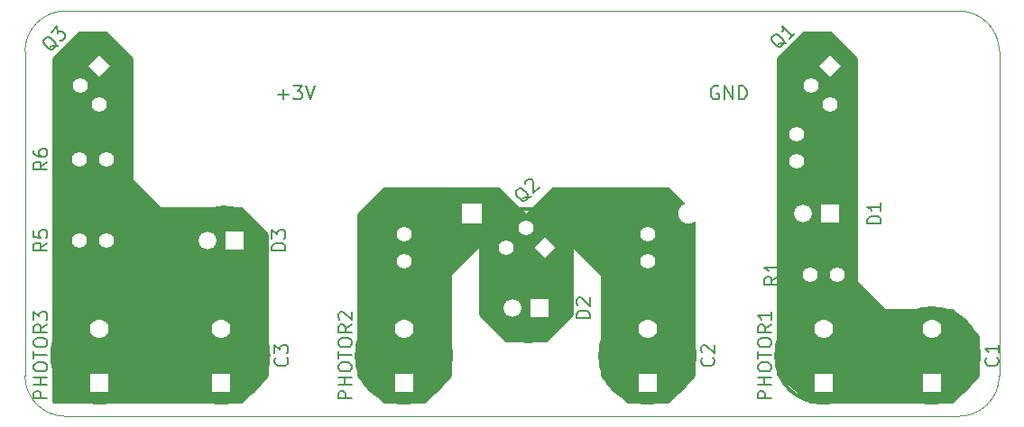
<source format=gto>
G04 #@! TF.FileFunction,Legend,Top*
%FSLAX46Y46*%
G04 Gerber Fmt 4.6, Leading zero omitted, Abs format (unit mm)*
G04 Created by KiCad (PCBNEW (2015-07-01 BZR 5850)-product) date Fri Aug 21 14:42:13 2015*
%MOMM*%
G01*
G04 APERTURE LIST*
%ADD10C,0.150000*%
%ADD11C,0.203200*%
%ADD12C,0.100000*%
%ADD13C,0.304800*%
%ADD14C,0.076200*%
%ADD15C,0.254000*%
%ADD16C,0.152400*%
%ADD17C,0.381000*%
%ADD18R,1.905000X1.905000*%
%ADD19C,1.905000*%
%ADD20C,1.778000*%
%ADD21R,1.778000X1.778000*%
%ADD22C,5.080000*%
%ADD23C,1.676400*%
%ADD24R,1.676400X1.676400*%
%ADD25C,1.397000*%
G04 APERTURE END LIST*
D10*
D11*
X236522381Y-173482000D02*
X236401429Y-173421524D01*
X236220000Y-173421524D01*
X236038572Y-173482000D01*
X235917619Y-173602952D01*
X235857143Y-173723905D01*
X235796667Y-173965810D01*
X235796667Y-174147238D01*
X235857143Y-174389143D01*
X235917619Y-174510095D01*
X236038572Y-174631048D01*
X236220000Y-174691524D01*
X236340952Y-174691524D01*
X236522381Y-174631048D01*
X236582857Y-174570571D01*
X236582857Y-174147238D01*
X236340952Y-174147238D01*
X237127143Y-174691524D02*
X237127143Y-173421524D01*
X237852857Y-174691524D01*
X237852857Y-173421524D01*
X238457619Y-174691524D02*
X238457619Y-173421524D01*
X238760000Y-173421524D01*
X238941428Y-173482000D01*
X239062381Y-173602952D01*
X239122857Y-173723905D01*
X239183333Y-173965810D01*
X239183333Y-174147238D01*
X239122857Y-174389143D01*
X239062381Y-174510095D01*
X238941428Y-174631048D01*
X238760000Y-174691524D01*
X238457619Y-174691524D01*
X195217143Y-174207714D02*
X196184762Y-174207714D01*
X195700952Y-174691524D02*
X195700952Y-173723905D01*
X196668572Y-173421524D02*
X197454762Y-173421524D01*
X197031429Y-173905333D01*
X197212857Y-173905333D01*
X197333810Y-173965810D01*
X197394286Y-174026286D01*
X197454762Y-174147238D01*
X197454762Y-174449619D01*
X197394286Y-174570571D01*
X197333810Y-174631048D01*
X197212857Y-174691524D01*
X196850000Y-174691524D01*
X196729048Y-174631048D01*
X196668572Y-174570571D01*
X197817619Y-173421524D02*
X198240953Y-174691524D01*
X198664286Y-173421524D01*
D12*
X262890000Y-170180000D02*
X262890000Y-200660000D01*
X175260000Y-166370000D02*
X259080000Y-166370000D01*
X171450000Y-200660000D02*
X171450000Y-170180000D01*
X259080000Y-204470000D02*
X175260000Y-204470000D01*
X259080000Y-204470000D02*
G75*
G03X262890000Y-200660000I0J3810000D01*
G01*
X175260000Y-166370000D02*
G75*
G03X171450000Y-170180000I0J-3810000D01*
G01*
X262890000Y-170180000D02*
G75*
G03X259080000Y-166370000I-3810000J0D01*
G01*
X171450000Y-200660000D02*
G75*
G03X175260000Y-204470000I3810000J0D01*
G01*
D13*
X211455000Y-198755000D02*
G75*
G03X211455000Y-198755000I-4445000J0D01*
G01*
X182880000Y-198755000D02*
G75*
G03X182880000Y-198755000I-4445000J0D01*
G01*
X250825000Y-198755000D02*
G75*
G03X250825000Y-198755000I-4445000J0D01*
G01*
D10*
X199136000Y-170180000D02*
G75*
G03X199136000Y-170180000I-2286000J0D01*
G01*
X239776000Y-170180000D02*
G75*
G03X239776000Y-170180000I-2286000J0D01*
G01*
D13*
X234315000Y-198755000D02*
G75*
G03X234315000Y-198755000I-4445000J0D01*
G01*
X260985000Y-198755000D02*
G75*
G03X260985000Y-198755000I-4445000J0D01*
G01*
X194310000Y-198755000D02*
G75*
G03X194310000Y-198755000I-4445000J0D01*
G01*
D11*
X221284800Y-196215000D02*
X221284800Y-192405000D01*
D14*
X220490051Y-194310000D02*
G75*
G03X220490051Y-194310000I-1796051J0D01*
G01*
D15*
X221231997Y-192402332D02*
G75*
G03X221234000Y-196215000I-2537997J-1907668D01*
G01*
D16*
X218694000Y-193167000D02*
G75*
G03X217551000Y-194310000I0J-1143000D01*
G01*
X218694000Y-195453000D02*
G75*
G03X219837000Y-194310000I0J1143000D01*
G01*
X218694000Y-192659000D02*
G75*
G03X217043000Y-194310000I0J-1651000D01*
G01*
X218694000Y-195961000D02*
G75*
G03X220345000Y-194310000I0J1651000D01*
G01*
X218694000Y-192151000D02*
G75*
G03X216535000Y-194310000I0J-2159000D01*
G01*
X218694000Y-196469000D02*
G75*
G03X220853000Y-194310000I0J2159000D01*
G01*
D11*
X248589800Y-187325000D02*
X248589800Y-183515000D01*
D14*
X247795051Y-185420000D02*
G75*
G03X247795051Y-185420000I-1796051J0D01*
G01*
D15*
X248536997Y-183512332D02*
G75*
G03X248539000Y-187325000I-2537997J-1907668D01*
G01*
D16*
X245999000Y-184277000D02*
G75*
G03X244856000Y-185420000I0J-1143000D01*
G01*
X245999000Y-186563000D02*
G75*
G03X247142000Y-185420000I0J1143000D01*
G01*
X245999000Y-183769000D02*
G75*
G03X244348000Y-185420000I0J-1651000D01*
G01*
X245999000Y-187071000D02*
G75*
G03X247650000Y-185420000I0J1651000D01*
G01*
X245999000Y-183261000D02*
G75*
G03X243840000Y-185420000I0J-2159000D01*
G01*
X245999000Y-187579000D02*
G75*
G03X248158000Y-185420000I0J2159000D01*
G01*
D11*
X192709800Y-189865000D02*
X192709800Y-186055000D01*
D14*
X191915051Y-187960000D02*
G75*
G03X191915051Y-187960000I-1796051J0D01*
G01*
D15*
X192656997Y-186052332D02*
G75*
G03X192659000Y-189865000I-2537997J-1907668D01*
G01*
D16*
X190119000Y-186817000D02*
G75*
G03X188976000Y-187960000I0J-1143000D01*
G01*
X190119000Y-189103000D02*
G75*
G03X191262000Y-187960000I0J1143000D01*
G01*
X190119000Y-186309000D02*
G75*
G03X188468000Y-187960000I0J-1651000D01*
G01*
X190119000Y-189611000D02*
G75*
G03X191770000Y-187960000I0J1651000D01*
G01*
X190119000Y-185801000D02*
G75*
G03X187960000Y-187960000I0J-2159000D01*
G01*
X190119000Y-190119000D02*
G75*
G03X192278000Y-187960000I0J2159000D01*
G01*
D13*
X179333026Y-176049077D02*
X179333026Y-170660923D01*
X179333026Y-170660923D02*
X178435000Y-169762898D01*
X178435000Y-169762898D02*
X176638949Y-169762898D01*
X176638949Y-169762898D02*
X174842898Y-171558949D01*
X174842898Y-171558949D02*
X174842898Y-175151051D01*
X174842898Y-175151051D02*
X176638949Y-176947102D01*
X176638949Y-176947102D02*
X178435000Y-176947102D01*
X178435000Y-176947102D02*
X179333026Y-176049077D01*
X215745923Y-189493026D02*
X221134077Y-189493026D01*
X221134077Y-189493026D02*
X222032102Y-188595000D01*
X222032102Y-188595000D02*
X222032102Y-186798949D01*
X222032102Y-186798949D02*
X220236051Y-185002898D01*
X220236051Y-185002898D02*
X216643949Y-185002898D01*
X216643949Y-185002898D02*
X214847898Y-186798949D01*
X214847898Y-186798949D02*
X214847898Y-188595000D01*
X214847898Y-188595000D02*
X215745923Y-189493026D01*
X247913026Y-176049077D02*
X247913026Y-170660923D01*
X247913026Y-170660923D02*
X247015000Y-169762898D01*
X247015000Y-169762898D02*
X245218949Y-169762898D01*
X245218949Y-169762898D02*
X243422898Y-171558949D01*
X243422898Y-171558949D02*
X243422898Y-175151051D01*
X243422898Y-175151051D02*
X245218949Y-176947102D01*
X245218949Y-176947102D02*
X247015000Y-176947102D01*
X247015000Y-176947102D02*
X247913026Y-176049077D01*
D17*
X176530000Y-180340000D02*
X179070000Y-180340000D01*
X177949903Y-180340000D02*
G75*
G03X177949903Y-180340000I-1419903J0D01*
G01*
X207010000Y-187325000D02*
X207010000Y-189865000D01*
X208429903Y-187325000D02*
G75*
G03X208429903Y-187325000I-1419903J0D01*
G01*
X229870000Y-187325000D02*
X229870000Y-189865000D01*
X231289903Y-187325000D02*
G75*
G03X231289903Y-187325000I-1419903J0D01*
G01*
X245110000Y-191135000D02*
X247650000Y-191135000D01*
X246529903Y-191135000D02*
G75*
G03X246529903Y-191135000I-1419903J0D01*
G01*
X243840000Y-180467000D02*
X243840000Y-177927000D01*
X245259903Y-180467000D02*
G75*
G03X245259903Y-180467000I-1419903J0D01*
G01*
X176530000Y-187960000D02*
X179070000Y-187960000D01*
X177949903Y-187960000D02*
G75*
G03X177949903Y-187960000I-1419903J0D01*
G01*
D11*
X202123524Y-202806904D02*
X200853524Y-202806904D01*
X200853524Y-202323095D01*
X200914000Y-202202142D01*
X200974476Y-202141666D01*
X201095429Y-202081190D01*
X201276857Y-202081190D01*
X201397810Y-202141666D01*
X201458286Y-202202142D01*
X201518762Y-202323095D01*
X201518762Y-202806904D01*
X202123524Y-201536904D02*
X200853524Y-201536904D01*
X201458286Y-201536904D02*
X201458286Y-200811190D01*
X202123524Y-200811190D02*
X200853524Y-200811190D01*
X200853524Y-199964523D02*
X200853524Y-199722619D01*
X200914000Y-199601666D01*
X201034952Y-199480714D01*
X201276857Y-199420238D01*
X201700190Y-199420238D01*
X201942095Y-199480714D01*
X202063048Y-199601666D01*
X202123524Y-199722619D01*
X202123524Y-199964523D01*
X202063048Y-200085476D01*
X201942095Y-200206428D01*
X201700190Y-200266904D01*
X201276857Y-200266904D01*
X201034952Y-200206428D01*
X200914000Y-200085476D01*
X200853524Y-199964523D01*
X200853524Y-199057381D02*
X200853524Y-198331666D01*
X202123524Y-198694523D02*
X200853524Y-198694523D01*
X200853524Y-197666428D02*
X200853524Y-197424524D01*
X200914000Y-197303571D01*
X201034952Y-197182619D01*
X201276857Y-197122143D01*
X201700190Y-197122143D01*
X201942095Y-197182619D01*
X202063048Y-197303571D01*
X202123524Y-197424524D01*
X202123524Y-197666428D01*
X202063048Y-197787381D01*
X201942095Y-197908333D01*
X201700190Y-197968809D01*
X201276857Y-197968809D01*
X201034952Y-197908333D01*
X200914000Y-197787381D01*
X200853524Y-197666428D01*
X202123524Y-195852143D02*
X201518762Y-196275476D01*
X202123524Y-196577857D02*
X200853524Y-196577857D01*
X200853524Y-196094048D01*
X200914000Y-195973095D01*
X200974476Y-195912619D01*
X201095429Y-195852143D01*
X201276857Y-195852143D01*
X201397810Y-195912619D01*
X201458286Y-195973095D01*
X201518762Y-196094048D01*
X201518762Y-196577857D01*
X200974476Y-195368333D02*
X200914000Y-195307857D01*
X200853524Y-195186905D01*
X200853524Y-194884524D01*
X200914000Y-194763571D01*
X200974476Y-194703095D01*
X201095429Y-194642619D01*
X201216381Y-194642619D01*
X201397810Y-194703095D01*
X202123524Y-195428809D01*
X202123524Y-194642619D01*
X173548524Y-202806904D02*
X172278524Y-202806904D01*
X172278524Y-202323095D01*
X172339000Y-202202142D01*
X172399476Y-202141666D01*
X172520429Y-202081190D01*
X172701857Y-202081190D01*
X172822810Y-202141666D01*
X172883286Y-202202142D01*
X172943762Y-202323095D01*
X172943762Y-202806904D01*
X173548524Y-201536904D02*
X172278524Y-201536904D01*
X172883286Y-201536904D02*
X172883286Y-200811190D01*
X173548524Y-200811190D02*
X172278524Y-200811190D01*
X172278524Y-199964523D02*
X172278524Y-199722619D01*
X172339000Y-199601666D01*
X172459952Y-199480714D01*
X172701857Y-199420238D01*
X173125190Y-199420238D01*
X173367095Y-199480714D01*
X173488048Y-199601666D01*
X173548524Y-199722619D01*
X173548524Y-199964523D01*
X173488048Y-200085476D01*
X173367095Y-200206428D01*
X173125190Y-200266904D01*
X172701857Y-200266904D01*
X172459952Y-200206428D01*
X172339000Y-200085476D01*
X172278524Y-199964523D01*
X172278524Y-199057381D02*
X172278524Y-198331666D01*
X173548524Y-198694523D02*
X172278524Y-198694523D01*
X172278524Y-197666428D02*
X172278524Y-197424524D01*
X172339000Y-197303571D01*
X172459952Y-197182619D01*
X172701857Y-197122143D01*
X173125190Y-197122143D01*
X173367095Y-197182619D01*
X173488048Y-197303571D01*
X173548524Y-197424524D01*
X173548524Y-197666428D01*
X173488048Y-197787381D01*
X173367095Y-197908333D01*
X173125190Y-197968809D01*
X172701857Y-197968809D01*
X172459952Y-197908333D01*
X172339000Y-197787381D01*
X172278524Y-197666428D01*
X173548524Y-195852143D02*
X172943762Y-196275476D01*
X173548524Y-196577857D02*
X172278524Y-196577857D01*
X172278524Y-196094048D01*
X172339000Y-195973095D01*
X172399476Y-195912619D01*
X172520429Y-195852143D01*
X172701857Y-195852143D01*
X172822810Y-195912619D01*
X172883286Y-195973095D01*
X172943762Y-196094048D01*
X172943762Y-196577857D01*
X172278524Y-195428809D02*
X172278524Y-194642619D01*
X172762333Y-195065952D01*
X172762333Y-194884524D01*
X172822810Y-194763571D01*
X172883286Y-194703095D01*
X173004238Y-194642619D01*
X173306619Y-194642619D01*
X173427571Y-194703095D01*
X173488048Y-194763571D01*
X173548524Y-194884524D01*
X173548524Y-195247381D01*
X173488048Y-195368333D01*
X173427571Y-195428809D01*
X241493524Y-202806904D02*
X240223524Y-202806904D01*
X240223524Y-202323095D01*
X240284000Y-202202142D01*
X240344476Y-202141666D01*
X240465429Y-202081190D01*
X240646857Y-202081190D01*
X240767810Y-202141666D01*
X240828286Y-202202142D01*
X240888762Y-202323095D01*
X240888762Y-202806904D01*
X241493524Y-201536904D02*
X240223524Y-201536904D01*
X240828286Y-201536904D02*
X240828286Y-200811190D01*
X241493524Y-200811190D02*
X240223524Y-200811190D01*
X240223524Y-199964523D02*
X240223524Y-199722619D01*
X240284000Y-199601666D01*
X240404952Y-199480714D01*
X240646857Y-199420238D01*
X241070190Y-199420238D01*
X241312095Y-199480714D01*
X241433048Y-199601666D01*
X241493524Y-199722619D01*
X241493524Y-199964523D01*
X241433048Y-200085476D01*
X241312095Y-200206428D01*
X241070190Y-200266904D01*
X240646857Y-200266904D01*
X240404952Y-200206428D01*
X240284000Y-200085476D01*
X240223524Y-199964523D01*
X240223524Y-199057381D02*
X240223524Y-198331666D01*
X241493524Y-198694523D02*
X240223524Y-198694523D01*
X240223524Y-197666428D02*
X240223524Y-197424524D01*
X240284000Y-197303571D01*
X240404952Y-197182619D01*
X240646857Y-197122143D01*
X241070190Y-197122143D01*
X241312095Y-197182619D01*
X241433048Y-197303571D01*
X241493524Y-197424524D01*
X241493524Y-197666428D01*
X241433048Y-197787381D01*
X241312095Y-197908333D01*
X241070190Y-197968809D01*
X240646857Y-197968809D01*
X240404952Y-197908333D01*
X240284000Y-197787381D01*
X240223524Y-197666428D01*
X241493524Y-195852143D02*
X240888762Y-196275476D01*
X241493524Y-196577857D02*
X240223524Y-196577857D01*
X240223524Y-196094048D01*
X240284000Y-195973095D01*
X240344476Y-195912619D01*
X240465429Y-195852143D01*
X240646857Y-195852143D01*
X240767810Y-195912619D01*
X240828286Y-195973095D01*
X240888762Y-196094048D01*
X240888762Y-196577857D01*
X241493524Y-194642619D02*
X241493524Y-195368333D01*
X241493524Y-195005476D02*
X240223524Y-195005476D01*
X240404952Y-195126428D01*
X240525905Y-195247381D01*
X240586381Y-195368333D01*
X236038571Y-198966667D02*
X236099048Y-199027143D01*
X236159524Y-199208572D01*
X236159524Y-199329524D01*
X236099048Y-199510952D01*
X235978095Y-199631905D01*
X235857143Y-199692381D01*
X235615238Y-199752857D01*
X235433810Y-199752857D01*
X235191905Y-199692381D01*
X235070952Y-199631905D01*
X234950000Y-199510952D01*
X234889524Y-199329524D01*
X234889524Y-199208572D01*
X234950000Y-199027143D01*
X235010476Y-198966667D01*
X235010476Y-198482857D02*
X234950000Y-198422381D01*
X234889524Y-198301429D01*
X234889524Y-197999048D01*
X234950000Y-197878095D01*
X235010476Y-197817619D01*
X235131429Y-197757143D01*
X235252381Y-197757143D01*
X235433810Y-197817619D01*
X236159524Y-198543333D01*
X236159524Y-197757143D01*
X262708571Y-198966667D02*
X262769048Y-199027143D01*
X262829524Y-199208572D01*
X262829524Y-199329524D01*
X262769048Y-199510952D01*
X262648095Y-199631905D01*
X262527143Y-199692381D01*
X262285238Y-199752857D01*
X262103810Y-199752857D01*
X261861905Y-199692381D01*
X261740952Y-199631905D01*
X261620000Y-199510952D01*
X261559524Y-199329524D01*
X261559524Y-199208572D01*
X261620000Y-199027143D01*
X261680476Y-198966667D01*
X262829524Y-197757143D02*
X262829524Y-198482857D01*
X262829524Y-198120000D02*
X261559524Y-198120000D01*
X261740952Y-198240952D01*
X261861905Y-198361905D01*
X261922381Y-198482857D01*
X196033571Y-198966667D02*
X196094048Y-199027143D01*
X196154524Y-199208572D01*
X196154524Y-199329524D01*
X196094048Y-199510952D01*
X195973095Y-199631905D01*
X195852143Y-199692381D01*
X195610238Y-199752857D01*
X195428810Y-199752857D01*
X195186905Y-199692381D01*
X195065952Y-199631905D01*
X194945000Y-199510952D01*
X194884524Y-199329524D01*
X194884524Y-199208572D01*
X194945000Y-199027143D01*
X195005476Y-198966667D01*
X194884524Y-198543333D02*
X194884524Y-197757143D01*
X195368333Y-198180476D01*
X195368333Y-197999048D01*
X195428810Y-197878095D01*
X195489286Y-197817619D01*
X195610238Y-197757143D01*
X195912619Y-197757143D01*
X196033571Y-197817619D01*
X196094048Y-197878095D01*
X196154524Y-197999048D01*
X196154524Y-198361905D01*
X196094048Y-198482857D01*
X196033571Y-198543333D01*
X224475524Y-195247381D02*
X223205524Y-195247381D01*
X223205524Y-194945000D01*
X223266000Y-194763572D01*
X223386952Y-194642619D01*
X223507905Y-194582143D01*
X223749810Y-194521667D01*
X223931238Y-194521667D01*
X224173143Y-194582143D01*
X224294095Y-194642619D01*
X224415048Y-194763572D01*
X224475524Y-194945000D01*
X224475524Y-195247381D01*
X223326476Y-194037857D02*
X223266000Y-193977381D01*
X223205524Y-193856429D01*
X223205524Y-193554048D01*
X223266000Y-193433095D01*
X223326476Y-193372619D01*
X223447429Y-193312143D01*
X223568381Y-193312143D01*
X223749810Y-193372619D01*
X224475524Y-194098333D01*
X224475524Y-193312143D01*
X251780524Y-186357381D02*
X250510524Y-186357381D01*
X250510524Y-186055000D01*
X250571000Y-185873572D01*
X250691952Y-185752619D01*
X250812905Y-185692143D01*
X251054810Y-185631667D01*
X251236238Y-185631667D01*
X251478143Y-185692143D01*
X251599095Y-185752619D01*
X251720048Y-185873572D01*
X251780524Y-186055000D01*
X251780524Y-186357381D01*
X251780524Y-184422143D02*
X251780524Y-185147857D01*
X251780524Y-184785000D02*
X250510524Y-184785000D01*
X250691952Y-184905952D01*
X250812905Y-185026905D01*
X250873381Y-185147857D01*
X195900524Y-188897381D02*
X194630524Y-188897381D01*
X194630524Y-188595000D01*
X194691000Y-188413572D01*
X194811952Y-188292619D01*
X194932905Y-188232143D01*
X195174810Y-188171667D01*
X195356238Y-188171667D01*
X195598143Y-188232143D01*
X195719095Y-188292619D01*
X195840048Y-188413572D01*
X195900524Y-188595000D01*
X195900524Y-188897381D01*
X194630524Y-187748333D02*
X194630524Y-186962143D01*
X195114333Y-187385476D01*
X195114333Y-187204048D01*
X195174810Y-187083095D01*
X195235286Y-187022619D01*
X195356238Y-186962143D01*
X195658619Y-186962143D01*
X195779571Y-187022619D01*
X195840048Y-187083095D01*
X195900524Y-187204048D01*
X195900524Y-187566905D01*
X195840048Y-187687857D01*
X195779571Y-187748333D01*
X174650250Y-169614301D02*
X174521960Y-169657064D01*
X174350908Y-169657064D01*
X174094329Y-169657064D01*
X173966040Y-169699827D01*
X173880514Y-169785353D01*
X174137093Y-169956406D02*
X174008803Y-169999170D01*
X173837750Y-169999169D01*
X173623935Y-169870879D01*
X173324593Y-169571538D01*
X173196303Y-169357722D01*
X173196303Y-169186670D01*
X173239067Y-169058380D01*
X173410119Y-168887329D01*
X173538409Y-168844565D01*
X173709461Y-168844565D01*
X173923276Y-168972855D01*
X174222618Y-169272196D01*
X174350907Y-169486012D01*
X174350908Y-169657064D01*
X174308144Y-169785354D01*
X174137093Y-169956406D01*
X173923277Y-168374171D02*
X174479197Y-167818250D01*
X174521960Y-168459697D01*
X174650249Y-168331408D01*
X174778539Y-168288645D01*
X174864065Y-168288645D01*
X174992354Y-168331408D01*
X175206170Y-168545223D01*
X175248933Y-168673512D01*
X175248934Y-168759039D01*
X175206170Y-168887329D01*
X174949591Y-169143907D01*
X174821302Y-169186670D01*
X174735776Y-169186669D01*
X218973250Y-183838302D02*
X218844960Y-183881065D01*
X218673908Y-183881065D01*
X218417329Y-183881065D01*
X218289040Y-183923828D01*
X218203514Y-184009354D01*
X218460093Y-184180407D02*
X218331803Y-184223171D01*
X218160750Y-184223170D01*
X217946935Y-184094880D01*
X217647593Y-183795539D01*
X217519303Y-183581723D01*
X217519303Y-183410671D01*
X217562067Y-183282381D01*
X217733119Y-183111330D01*
X217861409Y-183068566D01*
X218032461Y-183068566D01*
X218246276Y-183196856D01*
X218545618Y-183496197D01*
X218673907Y-183710013D01*
X218673908Y-183881065D01*
X218631144Y-184009355D01*
X218460093Y-184180407D01*
X218374566Y-182640935D02*
X218374566Y-182555409D01*
X218417329Y-182427120D01*
X218631144Y-182213304D01*
X218759434Y-182170540D01*
X218844960Y-182170540D01*
X218973250Y-182213304D01*
X219058776Y-182298830D01*
X219144302Y-182469883D01*
X219144302Y-183496197D01*
X219700223Y-182940277D01*
X242976250Y-169360302D02*
X242847960Y-169403065D01*
X242676908Y-169403065D01*
X242420329Y-169403065D01*
X242292040Y-169445828D01*
X242206514Y-169531354D01*
X242463093Y-169702407D02*
X242334803Y-169745171D01*
X242163750Y-169745170D01*
X241949935Y-169616880D01*
X241650593Y-169317539D01*
X241522303Y-169103723D01*
X241522303Y-168932671D01*
X241565067Y-168804381D01*
X241736119Y-168633330D01*
X241864409Y-168590566D01*
X242035461Y-168590566D01*
X242249276Y-168718856D01*
X242548618Y-169018197D01*
X242676907Y-169232013D01*
X242676908Y-169403065D01*
X242634144Y-169531355D01*
X242463093Y-169702407D01*
X243703223Y-168462277D02*
X243190065Y-168975434D01*
X243446644Y-168718856D02*
X242548619Y-167820830D01*
X242591381Y-168034645D01*
X242591381Y-168205698D01*
X242548619Y-168333987D01*
X173548524Y-180551667D02*
X172943762Y-180975000D01*
X173548524Y-181277381D02*
X172278524Y-181277381D01*
X172278524Y-180793572D01*
X172339000Y-180672619D01*
X172399476Y-180612143D01*
X172520429Y-180551667D01*
X172701857Y-180551667D01*
X172822810Y-180612143D01*
X172883286Y-180672619D01*
X172943762Y-180793572D01*
X172943762Y-181277381D01*
X172278524Y-179463095D02*
X172278524Y-179705000D01*
X172339000Y-179825952D01*
X172399476Y-179886429D01*
X172580905Y-180007381D01*
X172822810Y-180067857D01*
X173306619Y-180067857D01*
X173427571Y-180007381D01*
X173488048Y-179946905D01*
X173548524Y-179825952D01*
X173548524Y-179584048D01*
X173488048Y-179463095D01*
X173427571Y-179402619D01*
X173306619Y-179342143D01*
X173004238Y-179342143D01*
X172883286Y-179402619D01*
X172822810Y-179463095D01*
X172762333Y-179584048D01*
X172762333Y-179825952D01*
X172822810Y-179946905D01*
X172883286Y-180007381D01*
X173004238Y-180067857D01*
X206798333Y-184343524D02*
X206375000Y-183738762D01*
X206072619Y-184343524D02*
X206072619Y-183073524D01*
X206556428Y-183073524D01*
X206677381Y-183134000D01*
X206737857Y-183194476D01*
X206798333Y-183315429D01*
X206798333Y-183496857D01*
X206737857Y-183617810D01*
X206677381Y-183678286D01*
X206556428Y-183738762D01*
X206072619Y-183738762D01*
X207221667Y-183073524D02*
X208007857Y-183073524D01*
X207584524Y-183557333D01*
X207765952Y-183557333D01*
X207886905Y-183617810D01*
X207947381Y-183678286D01*
X208007857Y-183799238D01*
X208007857Y-184101619D01*
X207947381Y-184222571D01*
X207886905Y-184283048D01*
X207765952Y-184343524D01*
X207403095Y-184343524D01*
X207282143Y-184283048D01*
X207221667Y-184222571D01*
X229658333Y-184343524D02*
X229235000Y-183738762D01*
X228932619Y-184343524D02*
X228932619Y-183073524D01*
X229416428Y-183073524D01*
X229537381Y-183134000D01*
X229597857Y-183194476D01*
X229658333Y-183315429D01*
X229658333Y-183496857D01*
X229597857Y-183617810D01*
X229537381Y-183678286D01*
X229416428Y-183738762D01*
X228932619Y-183738762D01*
X230746905Y-183496857D02*
X230746905Y-184343524D01*
X230444524Y-183013048D02*
X230142143Y-183920190D01*
X230928333Y-183920190D01*
X242128524Y-191346667D02*
X241523762Y-191770000D01*
X242128524Y-192072381D02*
X240858524Y-192072381D01*
X240858524Y-191588572D01*
X240919000Y-191467619D01*
X240979476Y-191407143D01*
X241100429Y-191346667D01*
X241281857Y-191346667D01*
X241402810Y-191407143D01*
X241463286Y-191467619D01*
X241523762Y-191588572D01*
X241523762Y-192072381D01*
X242128524Y-190137143D02*
X242128524Y-190862857D01*
X242128524Y-190500000D02*
X240858524Y-190500000D01*
X241039952Y-190620952D01*
X241160905Y-190741905D01*
X241221381Y-190862857D01*
X243628333Y-184597524D02*
X243205000Y-183992762D01*
X242902619Y-184597524D02*
X242902619Y-183327524D01*
X243386428Y-183327524D01*
X243507381Y-183388000D01*
X243567857Y-183448476D01*
X243628333Y-183569429D01*
X243628333Y-183750857D01*
X243567857Y-183871810D01*
X243507381Y-183932286D01*
X243386428Y-183992762D01*
X242902619Y-183992762D01*
X244112143Y-183448476D02*
X244172619Y-183388000D01*
X244293571Y-183327524D01*
X244595952Y-183327524D01*
X244716905Y-183388000D01*
X244777381Y-183448476D01*
X244837857Y-183569429D01*
X244837857Y-183690381D01*
X244777381Y-183871810D01*
X244051667Y-184597524D01*
X244837857Y-184597524D01*
X173548524Y-188171667D02*
X172943762Y-188595000D01*
X173548524Y-188897381D02*
X172278524Y-188897381D01*
X172278524Y-188413572D01*
X172339000Y-188292619D01*
X172399476Y-188232143D01*
X172520429Y-188171667D01*
X172701857Y-188171667D01*
X172822810Y-188232143D01*
X172883286Y-188292619D01*
X172943762Y-188413572D01*
X172943762Y-188897381D01*
X172278524Y-187022619D02*
X172278524Y-187627381D01*
X172883286Y-187687857D01*
X172822810Y-187627381D01*
X172762333Y-187506429D01*
X172762333Y-187204048D01*
X172822810Y-187083095D01*
X172883286Y-187022619D01*
X173004238Y-186962143D01*
X173306619Y-186962143D01*
X173427571Y-187022619D01*
X173488048Y-187083095D01*
X173548524Y-187204048D01*
X173548524Y-187506429D01*
X173488048Y-187627381D01*
X173427571Y-187687857D01*
D15*
G36*
X194183000Y-200607394D02*
X191717394Y-203073000D01*
X174117000Y-203073000D01*
X174117000Y-170867605D01*
X176582605Y-168402000D01*
X177165000Y-168402000D01*
X179017394Y-168402000D01*
X181483000Y-170867605D01*
X181483000Y-182244994D01*
X181482999Y-182245000D01*
X181492667Y-182293601D01*
X181520197Y-182334803D01*
X184060194Y-184874799D01*
X184060197Y-184874803D01*
X184101399Y-184902333D01*
X184150000Y-184912000D01*
X191717394Y-184912000D01*
X194183000Y-187377605D01*
X194183000Y-200607394D01*
X194183000Y-200607394D01*
G37*
X194183000Y-200607394D02*
X191717394Y-203073000D01*
X174117000Y-203073000D01*
X174117000Y-170867605D01*
X176582605Y-168402000D01*
X177165000Y-168402000D01*
X179017394Y-168402000D01*
X181483000Y-170867605D01*
X181483000Y-182244994D01*
X181482999Y-182245000D01*
X181492667Y-182293601D01*
X181520197Y-182334803D01*
X184060194Y-184874799D01*
X184060197Y-184874803D01*
X184101399Y-184902333D01*
X184150000Y-184912000D01*
X191717394Y-184912000D01*
X194183000Y-187377605D01*
X194183000Y-200607394D01*
G36*
X234188000Y-200607394D02*
X231722394Y-203073000D01*
X228017605Y-203073000D01*
X225552000Y-200607394D01*
X225552000Y-191135000D01*
X225542333Y-191086399D01*
X225514803Y-191045197D01*
X225514799Y-191045194D01*
X222974803Y-188505197D01*
X222933601Y-188477667D01*
X222885000Y-188467999D01*
X222836399Y-188477667D01*
X222795197Y-188505197D01*
X222767667Y-188546399D01*
X222757999Y-188595000D01*
X222758000Y-188595005D01*
X222758000Y-194892394D01*
X220292394Y-197358000D01*
X216587605Y-197358000D01*
X214122000Y-194892394D01*
X214122000Y-188595000D01*
X214112333Y-188546399D01*
X214084803Y-188505197D01*
X214043601Y-188477667D01*
X213995000Y-188468000D01*
X213946399Y-188477667D01*
X213905197Y-188505197D01*
X213905194Y-188505200D01*
X211365197Y-191045197D01*
X211337667Y-191086399D01*
X211327999Y-191135000D01*
X211328000Y-191135005D01*
X211328000Y-200607394D01*
X208862394Y-203073000D01*
X205157605Y-203073000D01*
X202692000Y-200607394D01*
X202692000Y-185472605D01*
X205157605Y-183007000D01*
X215847394Y-183007000D01*
X218350194Y-185509799D01*
X218350197Y-185509803D01*
X218391399Y-185537333D01*
X218440000Y-185547001D01*
X218440000Y-185547000D01*
X218488601Y-185537333D01*
X218529803Y-185509803D01*
X221032605Y-183007000D01*
X231722394Y-183007000D01*
X234188000Y-185472605D01*
X234188000Y-200607394D01*
X234188000Y-200607394D01*
G37*
X234188000Y-200607394D02*
X231722394Y-203073000D01*
X228017605Y-203073000D01*
X225552000Y-200607394D01*
X225552000Y-191135000D01*
X225542333Y-191086399D01*
X225514803Y-191045197D01*
X225514799Y-191045194D01*
X222974803Y-188505197D01*
X222933601Y-188477667D01*
X222885000Y-188467999D01*
X222836399Y-188477667D01*
X222795197Y-188505197D01*
X222767667Y-188546399D01*
X222757999Y-188595000D01*
X222758000Y-188595005D01*
X222758000Y-194892394D01*
X220292394Y-197358000D01*
X216587605Y-197358000D01*
X214122000Y-194892394D01*
X214122000Y-188595000D01*
X214112333Y-188546399D01*
X214084803Y-188505197D01*
X214043601Y-188477667D01*
X213995000Y-188468000D01*
X213946399Y-188477667D01*
X213905197Y-188505197D01*
X213905194Y-188505200D01*
X211365197Y-191045197D01*
X211337667Y-191086399D01*
X211327999Y-191135000D01*
X211328000Y-191135005D01*
X211328000Y-200607394D01*
X208862394Y-203073000D01*
X205157605Y-203073000D01*
X202692000Y-200607394D01*
X202692000Y-185472605D01*
X205157605Y-183007000D01*
X215847394Y-183007000D01*
X218350194Y-185509799D01*
X218350197Y-185509803D01*
X218391399Y-185537333D01*
X218440000Y-185547001D01*
X218440000Y-185547000D01*
X218488601Y-185537333D01*
X218529803Y-185509803D01*
X221032605Y-183007000D01*
X231722394Y-183007000D01*
X234188000Y-185472605D01*
X234188000Y-200607394D01*
G36*
X260858000Y-200607394D02*
X258392394Y-203073000D01*
X245154548Y-203073000D01*
X242062000Y-200598961D01*
X242062000Y-170867605D01*
X244527605Y-168402000D01*
X246962394Y-168402000D01*
X249428000Y-170867605D01*
X249428000Y-191769994D01*
X249427999Y-191770000D01*
X249437667Y-191818601D01*
X249465197Y-191859803D01*
X252005194Y-194399799D01*
X252005197Y-194399803D01*
X252046399Y-194427333D01*
X252095000Y-194437000D01*
X258392394Y-194437000D01*
X260858000Y-196902605D01*
X260858000Y-200607394D01*
X260858000Y-200607394D01*
G37*
X260858000Y-200607394D02*
X258392394Y-203073000D01*
X245154548Y-203073000D01*
X242062000Y-200598961D01*
X242062000Y-170867605D01*
X244527605Y-168402000D01*
X246962394Y-168402000D01*
X249428000Y-170867605D01*
X249428000Y-191769994D01*
X249427999Y-191770000D01*
X249437667Y-191818601D01*
X249465197Y-191859803D01*
X252005194Y-194399799D01*
X252005197Y-194399803D01*
X252046399Y-194427333D01*
X252095000Y-194437000D01*
X258392394Y-194437000D01*
X260858000Y-196902605D01*
X260858000Y-200607394D01*
%LPC*%
D18*
X213360000Y-185420000D03*
D19*
X233680000Y-185420000D03*
D20*
X207010000Y-196215000D03*
D21*
X207010000Y-201295000D03*
D20*
X178435000Y-196215000D03*
D21*
X178435000Y-201295000D03*
D20*
X246380000Y-196215000D03*
D21*
X246380000Y-201295000D03*
D22*
X196850000Y-170180000D03*
X237490000Y-170180000D03*
D20*
X229870000Y-196215000D03*
D21*
X229870000Y-201295000D03*
D20*
X256540000Y-196215000D03*
D21*
X256540000Y-201295000D03*
D20*
X189865000Y-196215000D03*
D21*
X189865000Y-201295000D03*
D23*
X217170000Y-194310000D03*
D24*
X219710000Y-194310000D03*
D23*
X244475000Y-185420000D03*
D24*
X247015000Y-185420000D03*
D23*
X188595000Y-187960000D03*
D24*
X191135000Y-187960000D03*
D10*
G36*
X178435000Y-172546777D02*
X177447172Y-171558949D01*
X178435000Y-170571121D01*
X179422828Y-171558949D01*
X178435000Y-172546777D01*
X178435000Y-172546777D01*
G37*
D25*
X176638949Y-173355000D03*
X178435000Y-175151051D03*
D10*
G36*
X219248223Y-188595000D02*
X220236051Y-187607172D01*
X221223879Y-188595000D01*
X220236051Y-189582828D01*
X219248223Y-188595000D01*
X219248223Y-188595000D01*
G37*
D25*
X218440000Y-186798949D03*
X216643949Y-188595000D03*
D10*
G36*
X247015000Y-172546777D02*
X246027172Y-171558949D01*
X247015000Y-170571121D01*
X248002828Y-171558949D01*
X247015000Y-172546777D01*
X247015000Y-172546777D01*
G37*
D25*
X245218949Y-173355000D03*
X247015000Y-175151051D03*
X176530000Y-180340000D03*
X179070000Y-180340000D03*
X207010000Y-187325000D03*
X207010000Y-189865000D03*
X229870000Y-187325000D03*
X229870000Y-189865000D03*
X245110000Y-191135000D03*
X247650000Y-191135000D03*
X243840000Y-180467000D03*
X243840000Y-177927000D03*
X176530000Y-187960000D03*
X179070000Y-187960000D03*
M02*

</source>
